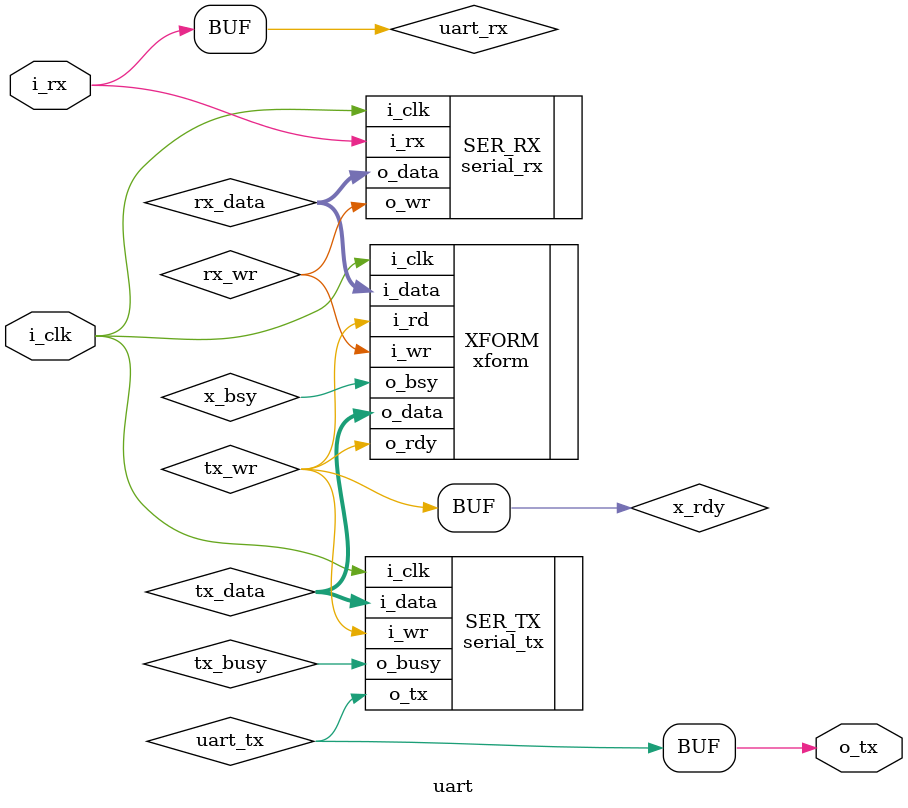
<source format=v>
/*

Integrated Serial UART Subsystem

    +----------+
    | uart     |
    |          |
    |      i_rx|<---
    |          |
    |      o_tx|--->
    |          |
 +->|i_clk     |
 |  +----------+

*/

`default_nettype none

`include "../lib/serial_rx.v"
`include "../lib/serial_tx.v"
`include "xform.v"

module uart #(
  parameter CLK_FREQ = 48_000_000,      // clock frequency (Hz)
  parameter BAUD_RATE = 115_200         // baud rate (bits per second)
) (
  input             i_clk,              // system clock
  input             i_rx,               // serial receive line
  output            o_tx                // serial transmit line
);

  // instantiate serial transmitter
  wire tx_wr;
  wire [7:0] tx_data;
  wire tx_busy;
  wire uart_tx;
  serial_tx #(
    .CLK_FREQ(CLK_FREQ),
    .BAUD_RATE(BAUD_RATE)
  ) SER_TX (
    .i_clk(i_clk),
    .i_wr(tx_wr),
    .i_data(tx_data),
    .o_busy(tx_busy),
    .o_tx(uart_tx)
  );

  // connect serial_tx
  //assign tx_wr = 1'b1;  // perpetual write-request
  //assign tx_data = "K";  // transmit unending stream of "K" characters
  assign o_tx = uart_tx;

  // instantiate serial receiver
  wire uart_rx;
  wire rx_wr;
  wire [7:0] rx_data;
  serial_rx #(
    .CLK_FREQ(CLK_FREQ),
    .BAUD_RATE(BAUD_RATE)
  ) SER_RX (
    .i_clk(i_clk),
    .i_rx(uart_rx),
    .o_wr(rx_wr),
    .o_data(rx_data)
  );

  // connect serial_rx
  assign uart_rx = i_rx;
  //assign tx_wr = rx_wr;  // write-request from receiver
  //assign tx_data = rx_data;  // character data from receiver

  // instantiate transform
  wire x_bsy;
  wire x_rdy;
  xform XFORM (
    .i_clk(i_clk),
    .i_wr(rx_wr),
    .i_data(rx_data),
    .o_bsy(x_bsy),
    .i_rd(tx_wr),
    .o_data(tx_data),
    .o_rdy(x_rdy)
  );
  assign tx_wr = x_rdy;

endmodule

</source>
